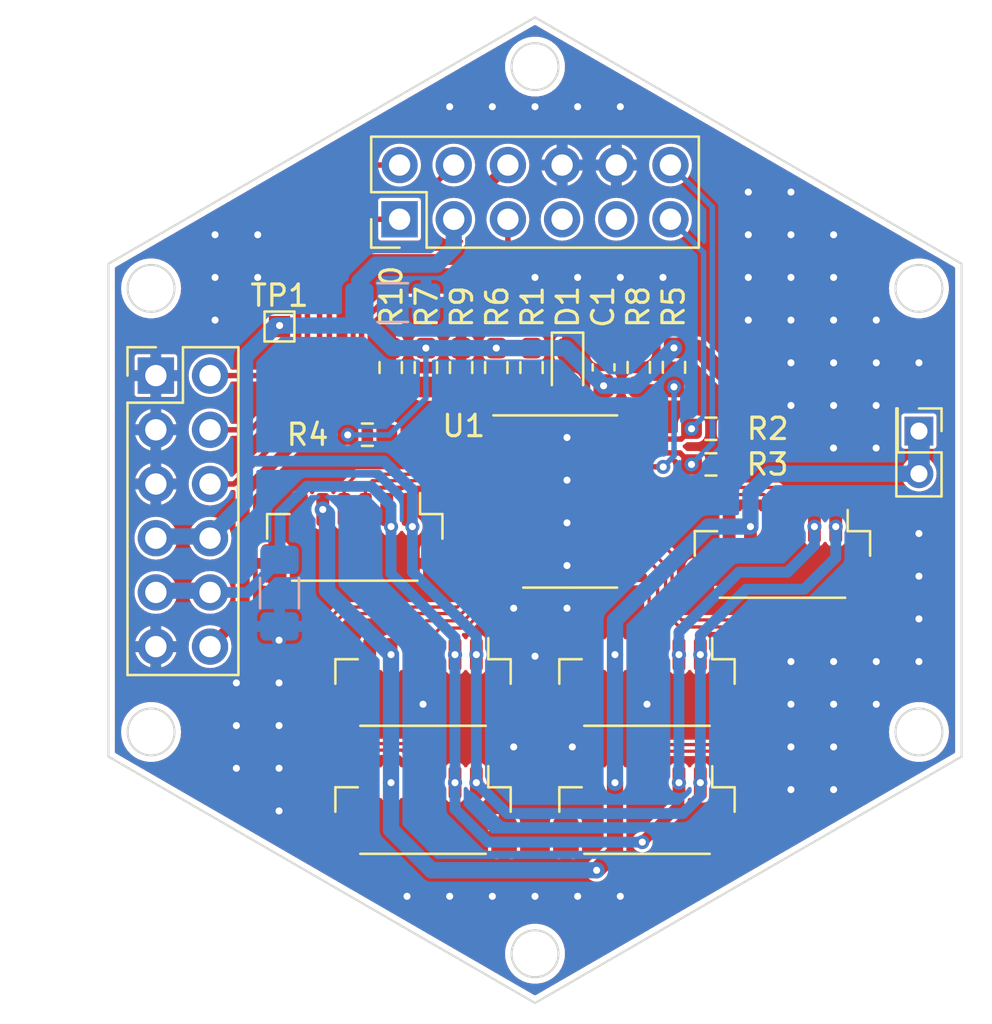
<source format=kicad_pcb>
(kicad_pcb (version 20221018) (generator pcbnew)
  (layers (0 "F.Cu" signal) (31 "B.Cu" signal) (34 "B.Paste" user) (35 "F.Paste" user) (36 "B.SilkS" user "B.Silkscreen") (37 "F.SilkS" user "F.Silkscreen") (38 "B.Mask" user) (39 "F.Mask" user) (44 "Edge.Cuts" user))
  (net 0 "")
  (net 1 "+3V3")
  (net 2 "GND")
  (net 3 "/~{EN}")
  (net 4 "/VBAT_OK")
  (net 5 "/VBAT")
  (net 6 "+1V8")
  (net 7 "+5V")
  (net 8 "/SC")
  (net 9 "Net-(D1-Pad2)")
  (net 10 "/SDA")
  (net 11 "/SCL")
  (net 12 "/~{RESET}")
  (net 13 "Net-(R5-Pad1)")
  (net 14 "Net-(R6-Pad1)")
  (net 15 "Net-(R10-Pad2)")
  (net 16 "/SDA0")
  (net 17 "/SCL0")
  (net 18 "/SDA1")
  (net 19 "/SCL1")
  (net 20 "/SDA2")
  (net 21 "/SCL2")
  (net 22 "/SDA3")
  (net 23 "/SCL3")
  (net 24 "/SDA4")
  (net 25 "/SCL4")
  (net 26 "/SDA5")
  (net 27 "/SCL5")
  (net 28 "/SDA6")
  (net 29 "/SCL6")
  (net 30 "/SDA7")
  (net 31 "/SCL7")
  (footprint "Connector_PinHeader_2.54mm:PinHeader_2x06_P2.54mm_Vertical" (layer "F.Cu") (at 147.15 39.963022 90)
    (fp_text reference "J3" hide)
    (fp_text value "Conn_02x06_Odd_Even")
  )
  (footprint "Connector_PinHeader_2.00mm:PinHeader_2x01_P2.00mm_Vertical" (layer "F.Cu") (at 171.5 49.888022 -90)
    (fp_text reference "J2" hide)
    (fp_text value "Solar cell")
  )
  (footprint "Resistor_SMD:R_0603_1608Metric_Pad0.98x0.95mm_HandSolder" (layer "F.Cu") (at 148.385 46.9125 90)
    (fp_text reference "R7")
    (fp_text value "NC")
  )
  (footprint "Connector_JST:JST_SH_BM06B-SRSS-TB_1x06-1MP_P1.00mm_Vertical" (layer "F.Cu") (at 158.75 67.688022 180)
    (fp_text reference "J9" hide)
    (fp_text value "BM06B-SURS-TF(LF)(SN)")
  )
  (footprint "Resistor_SMD:R_0603_1608Metric_Pad0.98x0.95mm_HandSolder" (layer "F.Cu") (at 145.64 50.058022 180)
    (fp_text reference "R4")
    (fp_text value "10k")
  )
  (footprint "Resistor_SMD:R_0603_1608Metric_Pad0.98x0.95mm_HandSolder" (layer "F.Cu") (at 150.035 46.9125 -90)
    (fp_text reference "R9")
    (fp_text value "10k")
  )
  (footprint "LED_SMD:LED_0603_1608Metric_Pad1.05x0.95mm_HandSolder" (layer "F.Cu") (at 155.025 46.935 -90)
    (fp_text reference "D1")
    (fp_text value "RED")
  )
  (footprint "Resistor_SMD:R_0603_1608Metric_Pad0.98x0.95mm_HandSolder" (layer "F.Cu") (at 161.75 51.45)
    (fp_text reference "R3")
    (fp_text value "4.7K")
  )
  (footprint "Connector_JST:JST_SH_BM06B-SRSS-TB_1x06-1MP_P1.00mm_Vertical" (layer "F.Cu") (at 148.25 61.688022 180)
    (fp_text reference "J7" hide)
    (fp_text value "BM06B-SURS-TF(LF)(SN)")
  )
  (footprint "Connector_JST:JST_SH_BM06B-SRSS-TB_1x06-1MP_P1.00mm_Vertical" (layer "F.Cu") (at 145.05 54.888022 180)
    (fp_text reference "J6" hide)
    (fp_text value "BM06B-SURS-TF(LF)(SN)")
  )
  (footprint "TestPoint:TestPoint_Pad_1.0x1.0mm" (layer "F.Cu") (at 141.52 44.988022)
    (fp_text reference "TP1")
    (fp_text value "TestPoint_Alt")
  )
  (footprint "Resistor_SMD:R_0603_1608Metric_Pad0.98x0.95mm_HandSolder" (layer "F.Cu") (at 153.335 46.9125 90)
    (fp_text reference "R1")
    (fp_text value "4.7K")
  )
  (footprint "Connector_PinHeader_2.54mm:PinHeader_2x06_P2.54mm_Vertical" (layer "F.Cu") (at 135.725 47.288022)
    (fp_text reference "J1" hide)
    (fp_text value "Conn_02x06_Odd_Even")
  )
  (footprint "Connector_JST:JST_SH_BM06B-SRSS-TB_1x06-1MP_P1.00mm_Vertical" (layer "F.Cu") (at 165.1 55.688022 180)
    (fp_text reference "J8" hide)
    (fp_text value "BM06B-SURS-TF(LF)(SN)")
  )
  (footprint "Connector_JST:JST_SH_BM06B-SRSS-TB_1x06-1MP_P1.00mm_Vertical" (layer "F.Cu") (at 148.25 67.688022 180)
    (fp_text reference "J4" hide)
    (fp_text value "BM06B-SURS-TF(LF)(SN)")
  )
  (footprint "Resistor_SMD:R_0603_1608Metric_Pad0.98x0.95mm_HandSolder" (layer "F.Cu") (at 146.735 46.9125 -90)
    (fp_text reference "R10")
    (fp_text value "10k")
  )
  (footprint "Resistor_SMD:R_0603_1608Metric_Pad0.98x0.95mm_HandSolder" (layer "F.Cu") (at 158.365 46.9025 -90)
    (fp_text reference "R8")
    (fp_text value "10k")
  )
  (footprint "Capacitor_SMD:C_0603_1608Metric_Pad1.08x0.95mm_HandSolder" (layer "F.Cu") (at 156.715 46.9025 90)
    (fp_text reference "C1")
    (fp_text value "0.1uF")
  )
  (footprint "Resistor_SMD:R_0603_1608Metric_Pad0.98x0.95mm_HandSolder" (layer "F.Cu") (at 161.75 49.78)
    (fp_text reference "R2")
    (fp_text value "4.7K")
  )
  (footprint "Resistor_SMD:R_0603_1608Metric_Pad0.98x0.95mm_HandSolder" (layer "F.Cu") (at 160.015 46.9025 90)
    (fp_text reference "R5")
    (fp_text value "NC")
  )
  (footprint "Package_SO:TSSOP-24_4.4x7.8mm_P0.65mm" (layer "F.Cu") (at 155.15 53.188022)
    (fp_text reference "U1")
    (fp_text value "TCA9548APWR")
  )
  (footprint "Resistor_SMD:R_0603_1608Metric_Pad0.98x0.95mm_HandSolder" (layer "F.Cu") (at 151.685 46.9125 90)
    (fp_text reference "R6")
    (fp_text value "NC")
  )
  (footprint "Connector_JST:JST_SH_BM06B-SRSS-TB_1x06-1MP_P1.00mm_Vertical" (layer "F.Cu") (at 158.75 61.688022 180)
    (fp_text reference "J5" hide)
    (fp_text value "BM06B-SURS-TF(LF)(SN)")
  )
  (footprint "Capacitor_SMD:C_1206_3216Metric_Pad1.33x1.80mm_HandSolder" (layer "B.Cu") (at 146.83 43.868022)
    (fp_text reference "C2" hide)
    (fp_text value "47uF")
  )
  (footprint "Capacitor_SMD:C_1206_3216Metric_Pad1.33x1.80mm_HandSolder" (layer "B.Cu") (at 141.52 57.478022 -90)
    (fp_text reference "C3" hide)
    (fp_text value "47uF")
  )
  (gr_circle (center 171.5 63.986316) (end 172.6 63.986316) (stroke (width 0.1)) (fill none) (layer "Edge.Cuts"))
  (gr_circle (center 135.5 63.986316) (end 136.6 63.986316) (stroke (width 0.1)) (fill none) (layer "Edge.Cuts"))
  (gr_line (start 173.5 65.141016) (end 173.5 42.047006) (stroke (width 0.1)) (layer "Edge.Cuts"))
  (gr_circle (center 153.5 74.378621) (end 154.6 74.378621) (stroke (width 0.1)) (fill none) (layer "Edge.Cuts"))
  (gr_line (start 133.5 65.141016) (end 153.5 76.688022) (stroke (width 0.1)) (layer "Edge.Cuts"))
  (gr_circle (center 135.5 43.201706) (end 136.6 43.201706) (stroke (width 0.1)) (fill none) (layer "Edge.Cuts"))
  (gr_line (start 153.5 30.5) (end 133.5 42.047006) (stroke (width 0.1)) (layer "Edge.Cuts"))
  (gr_circle (center 171.5 43.201706) (end 172.6 43.201706) (stroke (width 0.1)) (fill none) (layer "Edge.Cuts"))
  (gr_circle (center 153.5 32.809401) (end 154.6 32.809401) (stroke (width 0.1)) (fill none) (layer "Edge.Cuts"))
  (gr_line (start 153.5 76.688022) (end 173.5 65.141016) (stroke (width 0.1)) (layer "Edge.Cuts"))
  (gr_line (start 173.5 42.047006) (end 153.5 30.5) (stroke (width 0.1)) (layer "Edge.Cuts"))
  (gr_line (start 133.5 42.047006) (end 133.5 65.141016) (stroke (width 0.1)) (layer "Edge.Cuts"))
  (segment (start 157.075 49.613022) (end 156.815 49.353022) (width 0.254) (layer "F.Cu") (net 1))
  (segment (start 161.101978 45.99) (end 162.6625 47.550522) (width 0.762) (layer "F.Cu") (net 1))
  (segment (start 162.6625 47.550522) (end 162.6625 49.78) (width 0.762) (layer "F.Cu") (net 1))
  (segment (start 156.715 49.253022) (end 156.815 49.353022) (width 0.508) (layer "F.Cu") (net 1))
  (segment (start 156.715 47.765) (end 156.715 49.253022) (width 0.508) (layer "F.Cu") (net 1))
  (segment (start 162.6625 49.78) (end 162.6625 51.45) (width 0.762) (layer "F.Cu") (net 1))
  (segment (start 158.0125 49.613022) (end 157.075 49.613022) (width 0.254) (layer "F.Cu") (net 1))
  (segment (start 160.015 45.99) (end 161.101978 45.99) (width 0.762) (layer "F.Cu") (net 1))
  (segment (start 153.335 46) (end 151.685 46) (width 0.762) (layer "F.Cu") (net 1))
  (via (at 161.25 66.363022) (size 0.6604) (drill 0.3302) (layers "F.Cu" "B.Cu") (net 1))
  (via (at 156.715 47.765) (size 0.6604) (drill 0.3302) (layers "F.Cu" "B.Cu") (net 1))
  (via (at 150.75 66.363022) (size 0.6604) (drill 0.3302) (layers "F.Cu" "B.Cu") (net 1))
  (via (at 161.25 60.363022) (size 0.6604) (drill 0.3302) (layers "F.Cu" "B.Cu") (net 1))
  (via (at 151.685 46) (size 0.6604) (drill 0.3302) (layers "F.Cu" "B.Cu") (net 1))
  (via (at 148.385 46) (size 0.6604) (drill 0.3302) (layers "F.Cu" "B.Cu") (net 1))
  (via (at 141.525532 44.94249) (size 0.6604) (drill 0.3302) (layers "F.Cu" "B.Cu") (net 1))
  (via (at 167.6 54.363022) (size 0.6604) (drill 0.3302) (layers "F.Cu" "B.Cu") (net 1))
  (via (at 147.75 54.363022) (size 0.6604) (drill 0.3302) (layers "F.Cu" "B.Cu") (net 1))
  (via (at 144.72 50.068022) (size 0.6604) (drill 0.3302) (layers "F.Cu" "B.Cu") (net 1))
  (via (at 160.015 45.99) (size 0.6604) (drill 0.3302) (layers "F.Cu" "B.Cu") (net 1))
  (via (at 150.75 60.363022) (size 0.6604) (drill 0.3302) (layers "F.Cu" "B.Cu") (net 1))
  (segment (start 146.67 50.068022) (end 148.385 48.353022) (width 0.254) (layer "B.Cu") (net 1))
  (segment (start 160.43 67.808022) (end 161.25 66.988022) (width 0.508) (layer "B.Cu") (net 1))
  (segment (start 146.8125 46) (end 148.385 46) (width 0.762) (layer "B.Cu") (net 1))
  (segment (start 150.75 59.488022) (end 150.75 60.363022) (width 0.508) (layer "B.Cu") (net 1))
  (segment (start 161.25 60.363022) (end 161.25 59.448022) (width 0.508) (layer "B.Cu") (net 1))
  (segment (start 148.385 46) (end 151.685 46) (width 0.762) (layer "B.Cu") (net 1))
  (segment (start 154.95 46) (end 156.715 47.765) (width 0.762) (layer "B.Cu") (net 1))
  (segment (start 167.6 55.818022) (end 167.6 54.363022) (width 0.508) (layer "B.Cu") (net 1))
  (segment (start 147.75 52.628022) (end 146.42 51.298022) (width 0.508) (layer "B.Cu") (net 1))
  (segment (start 161.25 59.448022) (end 163.4 57.298022) (width 0.508) (layer "B.Cu") (net 1))
  (segment (start 141.525532 44.94249) (end 143.205003 44.94249) (width 0.762) (layer "B.Cu") (net 1))
  (segment (start 161.25 60.363022) (end 161.25 66.363022) (width 0.508) (layer "B.Cu") (net 1))
  (segment (start 146.05 42.088022) (end 148.89 42.088022) (width 0.762) (layer "B.Cu") (net 1))
  (segment (start 145.2675 43.868022) (end 145.2675 42.870522) (width 0.762) (layer "B.Cu") (net 1))
  (segment (start 150.75 66.363022) (end 152.195 67.808022) (width 0.508) (layer "B.Cu") (net 1))
  (segment (start 149.69 41.288022) (end 149.69 39.963022) (width 0.762) (layer "B.Cu") (net 1))
  (segment (start 143.205003 44.94249) (end 145.75499 44.94249) (width 0.762) (layer "B.Cu") (net 1))
  (segment (start 148.385 48.353022) (end 148.385 46) (width 0.254) (layer "B.Cu") (net 1))
  (segment (start 139.9 46.4) (end 141.35751 44.94249) (width 0.762) (layer "B.Cu") (net 1))
  (segment (start 139.9 51.298022) (end 139.9 46.4) (width 0.762) (layer "B.Cu") (net 1))
  (segment (start 138.265 54.827695) (end 139.9 53.192695) (width 0.762) (layer "B.Cu") (net 1))
  (segment (start 163.4 57.298022) (end 166.12 57.298022) (width 0.508) (layer "B.Cu") (net 1))
  (segment (start 147.75 56.488022) (end 150.75 59.488022) (width 0.508) (layer "B.Cu") (net 1))
  (segment (start 141.35751 44.94249) (end 141.525532 44.94249) (width 0.762) (layer "B.Cu") (net 1))
  (segment (start 158.24 47.765) (end 160.015 45.99) (width 0.762) (layer "B.Cu") (net 1))
  (segment (start 146.42 51.298022) (end 139.9 51.298022) (width 0.508) (layer "B.Cu") (net 1))
  (segment (start 145.75499 44.94249) (end 146.8125 46) (width 0.762) (layer "B.Cu") (net 1))
  (segment (start 151.685 46) (end 154.95 46) (width 0.762) (layer "B.Cu") (net 1))
  (segment (start 148.89 42.088022) (end 149.69 41.288022) (width 0.762) (layer "B.Cu") (net 1))
  (segment (start 147.75 54.363022) (end 147.75 56.488022) (width 0.508) (layer "B.Cu") (net 1))
  (segment (start 161.25 66.988022) (end 161.25 66.363022) (width 0.508) (layer "B.Cu") (net 1))
  (segment (start 156.715 47.765) (end 158.24 47.765) (width 0.762) (layer "B.Cu") (net 1))
  (segment (start 166.12 57.298022) (end 167.6 55.818022) (width 0.508) (layer "B.Cu") (net 1))
  (segment (start 150.75 66.363022) (end 150.75 60.363022) (width 0.508) (layer "B.Cu") (net 1))
  (segment (start 147.75 54.363022) (end 147.75 52.628022) (width 0.508) (layer "B.Cu") (net 1))
  (segment (start 135.725 54.827695) (end 138.265 54.827695) (width 0.762) (layer "B.Cu") (net 1))
  (segment (start 144.72 50.068022) (end 146.67 50.068022) (width 0.254) (layer "B.Cu") (net 1))
  (segment (start 139.9 53.192695) (end 139.9 51.298022) (width 0.762) (layer "B.Cu") (net 1))
  (segment (start 145.2675 42.870522) (end 146.05 42.088022) (width 0.762) (layer "B.Cu") (net 1))
  (segment (start 152.195 67.808022) (end 160.43 67.808022) (width 0.508) (layer "B.Cu") (net 1))
  (via (at 140.5 42.688022) (size 0.6604) (drill 0.3302) (layers "F.Cu" "B.Cu") (net 2))
  (via (at 141.5 59.688022) (size 0.6604) (drill 0.3302) (layers "F.Cu" "B.Cu") (net 2))
  (via (at 167.5 48.688022) (size 0.6604) (drill 0.3302) (layers "F.Cu" "B.Cu") (net 2))
  (via (at 167.5 40.688022) (size 0.6604) (drill 0.3302) (layers "F.Cu" "B.Cu") (net 2))
  (via (at 138.5 42.688022) (size 0.6604) (drill 0.3302) (layers "F.Cu" "B.Cu") (net 2))
  (via (at 169.493758 48.688021) (size 0.6604) (drill 0.3302) (layers "F.Cu" "B.Cu") (net 2))
  (via (at 151.5 71.688022) (size 0.6604) (drill 0.3302) (layers "F.Cu" "B.Cu") (net 2))
  (via (at 171.5 46.688022) (size 0.6604) (drill 0.3302) (layers "F.Cu" "B.Cu") (net 2))
  (via (at 153.5 34.688022) (size 0.6604) (drill 0.3302) (layers "F.Cu" "B.Cu") (net 2))
  (via (at 165.5 40.688022) (size 0.6604) (drill 0.3302) (layers "F.Cu" "B.Cu") (net 2))
  (via (at 165.5 64.688022) (size 0.6604) (drill 0.3302) (layers "F.Cu" "B.Cu") (net 2))
  (via (at 169.5 46.688022) (size 0.6604) (drill 0.3302) (layers "F.Cu" "B.Cu") (net 2))
  (via (at 165.5 48.688022) (size 0.6604) (drill 0.3302) (layers "F.Cu" "B.Cu") (net 2))
  (via (at 155 54.188022) (size 0.6604) (drill 0.3302) (layers "F.Cu" "B.Cu") (net 2))
  (via (at 155 58.188022) (size 0.6604) (drill 0.3302) (layers "F.Cu" "B.Cu") (net 2))
  (via (at 139.5 61.688022) (size 0.6604) (drill 0.3302) (layers "F.Cu" "B.Cu") (net 2))
  (via (at 171.5 58.688022) (size 0.6604) (drill 0.3302) (layers "F.Cu" "B.Cu") (net 2))
  (via (at 155.5 71.688022) (size 0.6604) (drill 0.3302) (layers "F.Cu" "B.Cu") (net 2))
  (via (at 165.5 42.688022) (size 0.6604) (drill 0.3302) (layers "F.Cu" "B.Cu") (net 2))
  (via (at 152.5 58.188022) (size 0.6604) (drill 0.3302) (layers "F.Cu" "B.Cu") (net 2))
  (via (at 141.5 63.688022) (size 0.6604) (drill 0.3302) (layers "F.Cu" "B.Cu") (net 2))
  (via (at 155.25 64.688022) (size 0.6604) (drill 0.3302) (layers "F.Cu" "B.Cu") (net 2))
  (via (at 171.5 54.688022) (size 0.6604) (drill 0.3302) (layers "F.Cu" "B.Cu") (net 2))
  (via (at 171.5 56.688022) (size 0.6604) (drill 0.3302) (layers "F.Cu" "B.Cu") (net 2))
  (via (at 167.5 62.688022) (size 0.6604) (drill 0.3302) (layers "F.Cu" "B.Cu") (net 2))
  (via (at 141.5 61.688022) (size 0.6604) (drill 0.3302) (layers "F.Cu" "B.Cu") (net 2))
  (via (at 167.5 42.688022) (size 0.6604) (drill 0.3302) (layers "F.Cu" "B.Cu") (net 2))
  (via (at 155 52.188022) (size 0.6604) (drill 0.3302) (layers "F.Cu" "B.Cu") (net 2))
  (via (at 139.5 63.688022) (size 0.6604) (drill 0.3302) (layers "F.Cu" "B.Cu") (net 2))
  (via (at 165.5 38.688022) (size 0.6604) (drill 0.3302) (layers "F.Cu" "B.Cu") (net 2))
  (via (at 157.5 42.688022) (size 0.6604) (drill 0.3302) (layers "F.Cu" "B.Cu") (net 2))
  (via (at 158.75 62.688022) (size 0.6604) (drill 0.3302) (layers "F.Cu" "B.Cu") (net 2))
  (via (at 151.5 34.688022) (size 0.6604) (drill 0.3302) (layers "F.Cu" "B.Cu") (net 2))
  (via (at 167.493028 50.68178) (size 0.6604) (drill 0.3302) (layers "F.Cu" "B.Cu") (net 2))
  (via (at 167.5 60.688022) (size 0.6604) (drill 0.3302) (layers "F.Cu" "B.Cu") (net 2))
  (via (at 148.25 62.688022) (size 0.6604) (drill 0.3302) (layers "F.Cu" "B.Cu") (net 2))
  (via (at 153.5 42.688022) (size 0.6604) (drill 0.3302) (layers "F.Cu" "B.Cu") (net 2))
  (via (at 169.5 44.688022) (size 0.6604) (drill 0.3302) (layers "F.Cu" "B.Cu") (net 2))
  (via (at 169.5 60.688022) (size 0.6604) (drill 0.3302) (layers "F.Cu" "B.Cu") (net 2))
  (via (at 167.5 64.688022) (size 0.6604) (drill 0.3302) (layers "F.Cu" "B.Cu") (net 2))
  (via (at 163.5 38.688022) (size 0.6604) (drill 0.3302) (layers "F.Cu" "B.Cu") (net 2))
  (via (at 163.5 40.688022) (size 0.6604) (drill 0.3302) (layers "F.Cu" "B.Cu") (net 2))
  (via (at 167.5 66.688022) (size 0.6604) (drill 0.3302) (layers "F.Cu" "B.Cu") (net 2))
  (via (at 171.5 60.688022) (size 0.6604) (drill 0.3302) (layers "F.Cu" "B.Cu") (net 2))
  (via (at 155.5 42.688022) (size 0.6604) (drill 0.3302) (layers "F.Cu" "B.Cu") (net 2))
  (via (at 149.5 34.688022) (size 0.6604) (drill 0.3302) (layers "F.Cu" "B.Cu") (net 2))
  (via (at 155 56.188022) (size 0.6604) (drill 0.3302) (layers "F.Cu" "B.Cu") (net 2))
  (via (at 138.5 44.688022) (size 0.6604) (drill 0.3302) (layers "F.Cu" "B.Cu") (net 2))
  (via (at 141.5 67.688022) (size 0.6604) (drill 0.3302) (layers "F.Cu" "B.Cu") (net 2))
  (via (at 165.5 60.688022) (size 0.6604) (drill 0.3302) (layers "F.Cu" "B.Cu") (net 2))
  (via (at 140.5 40.688022) (size 0.6604) (drill 0.3302) (layers "F.Cu" "B.Cu") (net 2))
  (via (at 138.5 40.688022) (size 0.6604) (drill 0.3302) (layers "F.Cu" "B.Cu") (net 2))
  (via (at 163.5 42.688022) (size 0.6604) (drill 0.3302) (layers "F.Cu" "B.Cu") (net 2))
  (via (at 165.5 62.688022) (size 0.6604) (drill 0.3302) (layers "F.Cu" "B.Cu") (net 2))
  (via (at 165.5 46.688022) (size 0.6604) (drill 0.3302) (layers "F.Cu" "B.Cu") (net 2))
  (via (at 153.5 60.438022) (size 0.6604) (drill 0.3302) (layers "F.Cu" "B.Cu") (net 2))
  (via (at 155.5 34.688022) (size 0.6604) (drill 0.3302) (layers "F.Cu" "B.Cu") (net 2))
  (via (at 157.5 71.688022) (size 0.6604) (drill 0.3302) (layers "F.Cu" "B.Cu") (net 2))
  (via (at 163.5 44.688022) (size 0.6604) (drill 0.3302) (layers "F.Cu" "B.Cu") (net 2))
  (via (at 167.5 46.688022) (size 0.6604) (drill 0.3302) (layers "F.Cu" "B.Cu") (net 2))
  (via (at 147.5 71.688022) (size 0.6604) (drill 0.3302) (layers "F.Cu" "B.Cu") (net 2))
  (via (at 141.5 65.688022) (size 0.6604) (drill 0.3302) (layers "F.Cu" "B.Cu") (net 2))
  (via (at 152.5 64.688022) (size 0.6604) (drill 0.3302) (layers "F.Cu" "B.Cu") (net 2))
  (via (at 155 50.188022) (size 0.6604) (drill 0.3302) (layers "F.Cu" "B.Cu") (net 2))
  (via (at 159.5 42.688022) (size 0.6604) (drill 0.3302) (layers "F.Cu" "B.Cu") (net 2))
  (via (at 153.5 71.688022) (size 0.6604) (drill 0.3302) (layers "F.Cu" "B.Cu") (net 2))
  (via (at 165.5 44.688022) (size 0.6604) (drill 0.3302) (layers "F.Cu" "B.Cu") (net 2))
  (via (at 139.5 65.688022) (size 0.6604) (drill 0.3302) (layers "F.Cu" "B.Cu") (net 2))
  (via (at 165.5 66.688022) (size 0.6604) (drill 0.3302) (layers "F.Cu" "B.Cu") (net 2))
  (via (at 157.5 34.688022) (size 0.6604) (drill 0.3302) (layers "F.Cu" "B.Cu") (net 2))
  (via (at 167.5 44.688022) (size 0.6604) (drill 0.3302) (layers "F.Cu" "B.Cu") (net 2))
  (via (at 149.5 71.688022) (size 0.6604) (drill 0.3302) (layers "F.Cu" "B.Cu") (net 2))
  (via (at 169.5 62.688022) (size 0.6604) (drill 0.3302) (layers "F.Cu" "B.Cu") (net 2))
  (via (at 169.493758 50.68178) (size 0.6604) (drill 0.3302) (layers "F.Cu" "B.Cu") (net 2))
  (segment (start 142.83 40.638022) (end 142.83 45.828022) (width 0.254) (layer "F.Cu") (net 3))
  (segment (start 147.15 37.423022) (end 146.045 37.423022) (width 0.254) (layer "F.Cu") (net 3))
  (segment (start 141.37 47.288022) (end 142.83 45.828022) (width 0.254) (layer "F.Cu") (net 3))
  (segment (start 146.045 37.423022) (end 142.83 40.638022) (width 0.254) (layer "F.Cu") (net 3))
  (segment (start 138.265 47.288022) (end 141.37 47.288022) (width 0.254) (layer "F.Cu") (net 3))
  (segment (start 140.17 49.828022) (end 138.265 49.828022) (width 0.254) (layer "F.Cu") (net 4))
  (segment (start 143.4 40.708022) (end 143.4 46.598022) (width 0.254) (layer "F.Cu") (net 4))
  (segment (start 148.425 38.688022) (end 145.42 38.688022) (width 0.254) (layer "F.Cu") (net 4))
  (segment (start 145.42 38.688022) (end 143.4 40.708022) (width 0.254) (layer "F.Cu") (net 4))
  (segment (start 143.4 46.598022) (end 140.17 49.828022) (width 0.254) (layer "F.Cu") (net 4))
  (segment (start 149.69 37.423022) (end 148.425 38.688022) (width 0.254) (layer "F.Cu") (net 4))
  (segment (start 147.15 39.963022) (end 144.855 39.963022) (width 0.254) (layer "F.Cu") (net 5))
  (segment (start 144.855 39.963022) (end 143.86 40.958022) (width 0.254) (layer "F.Cu") (net 5))
  (segment (start 139.38 52.368022) (end 138.265 52.368022) (width 0.254) (layer "F.Cu") (net 5))
  (segment (start 143.86 40.958022) (end 143.86 47.888022) (width 0.254) (layer "F.Cu") (net 5))
  (segment (start 143.86 47.888022) (end 139.38 52.368022) (width 0.254) (layer "F.Cu") (net 5))
  (segment (start 160.25 67.428022) (end 160.25 66.363022) (width 0.508) (layer "F.Cu") (net 6))
  (segment (start 158.53 69.148022) (end 160.25 67.428022) (width 0.508) (layer "F.Cu") (net 6))
  (via (at 149.75 60.363022) (size 0.6604) (drill 0.3302) (layers "F.Cu" "B.Cu") (net 6))
  (via (at 166.6 54.363022) (size 0.6604) (drill 0.3302) (layers "F.Cu" "B.Cu") (net 6))
  (via (at 158.53 69.148022) (size 0.6604) (drill 0.3302) (layers "F.Cu" "B.Cu") (net 6))
  (via (at 160.25 66.363022) (size 0.6604) (drill 0.3302) (layers "F.Cu" "B.Cu") (net 6))
  (via (at 149.75 66.363022) (size 0.6604) (drill 0.3302) (layers "F.Cu" "B.Cu") (net 6))
  (via (at 146.75 54.363022) (size 0.6604) (drill 0.3302) (layers "F.Cu" "B.Cu") (net 6))
  (via (at 160.25 60.363022) (size 0.6604) (drill 0.3302) (layers "F.Cu" "B.Cu") (net 6))
  (segment (start 142.8 52.478022) (end 141.55 53.728022) (width 0.508) (layer "B.Cu") (net 6))
  (segment (start 160.25 59.308022) (end 163.06 56.498022) (width 0.508) (layer "B.Cu") (net 6))
  (segment (start 146.75 53.398022) (end 145.83 52.478022) (width 0.508) (layer "B.Cu") (net 6))
  (segment (start 149.75 59.568022) (end 146.75 56.568022) (width 0.508) (layer "B.Cu") (net 6))
  (segment (start 146.75 56.568022) (end 146.75 54.363022) (width 0.508) (layer "B.Cu") (net 6))
  (segment (start 160.25 60.363022) (end 160.25 59.308022) (width 0.508) (layer "B.Cu") (net 6))
  (segment (start 151.3 69.148022) (end 158.53 69.148022) (width 0.508) (layer "B.Cu") (net 6))
  (segment (start 149.75 67.598022) (end 150.42 68.268022) (width 0.508) (layer "B.Cu") (net 6))
  (segment (start 149.75 60.363022) (end 149.75 66.363022) (width 0.508) (layer "B.Cu") (net 6))
  (segment (start 149.75 66.363022) (end 149.75 67.598022) (width 0.508) (layer "B.Cu") (net 6))
  (segment (start 141.55 55.918022) (end 140.02 57.448022) (width 0.508) (layer "B.Cu") (net 6))
  (segment (start 149.75 60.363022) (end 149.75 59.568022) (width 0.508) (layer "B.Cu") (net 6))
  (segment (start 141.55 53.728022) (end 141.55 55.918022) (width 0.508) (layer "B.Cu") (net 6))
  (segment (start 145.83 52.478022) (end 142.8 52.478022) (width 0.508) (layer "B.Cu") (net 6))
  (segment (start 166.6 55.238022) (end 166.6 54.363022) (width 0.508) (layer "B.Cu") (net 6))
  (segment (start 160.25 66.363022) (end 160.25 60.363022) (width 0.508) (layer "B.Cu") (net 6))
  (segment (start 150.42 68.268022) (end 151.3 69.148022) (width 0.508) (layer "B.Cu") (net 6))
  (segment (start 140.02 57.448022) (end 138.265 57.448022) (width 0.508) (layer "B.Cu") (net 6))
  (segment (start 135.725 57.367695) (end 138.265 57.367695) (width 0.762) (layer "B.Cu") (net 6))
  (segment (start 165.34 56.498022) (end 166.6 55.238022) (width 0.508) (layer "B.Cu") (net 6))
  (segment (start 163.06 56.498022) (end 165.34 56.498022) (width 0.508) (layer "B.Cu") (net 6))
  (segment (start 146.75 54.363022) (end 146.75 53.398022) (width 0.508) (layer "B.Cu") (net 6))
  (segment (start 139.87 58.383022) (end 139.87 52.778022) (width 0.508) (layer "F.Cu") (net 7))
  (segment (start 144.45 43.228022) (end 145.83 41.848022) (width 0.508) (layer "F.Cu") (net 7))
  (segment (start 138.265 59.988022) (end 139.87 58.383022) (width 0.508) (layer "F.Cu") (net 7))
  (segment (start 145.83 41.848022) (end 149.89 41.848022) (width 0.508) (layer "F.Cu") (net 7))
  (segment (start 150.96 38.693022) (end 152.23 37.423022) (width 0.508) (layer "F.Cu") (net 7))
  (segment (start 144.45 48.198022) (end 144.45 43.228022) (width 0.508) (layer "F.Cu") (net 7))
  (segment (start 150.96 40.778022) (end 150.96 38.693022) (width 0.508) (layer "F.Cu") (net 7))
  (segment (start 139.87 52.778022) (end 144.45 48.198022) (width 0.508) (layer "F.Cu") (net 7))
  (segment (start 149.89 41.848022) (end 150.96 40.778022) (width 0.508) (layer "F.Cu") (net 7))
  (segment (start 157.25 69.608022) (end 157.25 66.363022) (width 0.762) (layer "F.Cu") (net 8))
  (segment (start 157.25 69.608022) (end 156.39 70.468022) (width 0.762) (layer "F.Cu") (net 8))
  (via (at 143.55 53.563022) (size 0.6604) (drill 0.3302) (layers "F.Cu" "B.Cu") (net 8))
  (via (at 157.25 60.363022) (size 0.6604) (drill 0.3302) (layers "F.Cu" "B.Cu") (net 8))
  (via (at 146.75 60.363022) (size 0.6604) (drill 0.3302) (layers "F.Cu" "B.Cu") (net 8))
  (via (at 156.39 70.468022) (size 0.6604) (drill 0.3302) (layers "F.Cu" "B.Cu") (net 8))
  (via (at 163.6 54.363022) (size 0.6604) (drill 0.3302) (layers "F.Cu" "B.Cu") (net 8))
  (via (at 157.25 66.363022) (size 0.6604) (drill 0.3302) (layers "F.Cu" "B.Cu") (net 8))
  (via (at 146.75 66.363022) (size 0.6604) (drill 0.3302) (layers "F.Cu" "B.Cu") (net 8))
  (segment (start 146.75 68.568022) (end 148.65 70.468022) (width 0.762) (layer "B.Cu") (net 8))
  (segment (start 157.25 58.748022) (end 157.25 60.363022) (width 0.762) (layer "B.Cu") (net 8))
  (segment (start 157.25 66.363022) (end 157.25 60.363022) (width 0.762) (layer "B.Cu") (net 8))
  (segment (start 143.75 53.763022) (end 143.55 53.563022) (width 0.762) (layer "B.Cu") (net 8))
  (segment (start 171.5 51.888022) (end 164.51 51.888022) (width 0.762) (layer "B.Cu") (net 8))
  (segment (start 146.75 66.363022) (end 146.75 68.568022) (width 0.762) (layer "B.Cu") (net 8))
  (segment (start 163.6 54.363022) (end 161.635 54.363022) (width 0.762) (layer "B.Cu") (net 8))
  (segment (start 146.75 60.363022) (end 146.75 66.363022) (width 0.762) (layer "B.Cu") (net 8))
  (segment (start 164.51 51.888022) (end 163.6 52.798022) (width 0.762) (layer "B.Cu") (net 8))
  (segment (start 161.635 54.363022) (end 157.25 58.748022) (width 0.762) (layer "B.Cu") (net 8))
  (segment (start 143.75 57.363022) (end 146.75 60.363022) (width 0.762) (layer "B.Cu") (net 8))
  (segment (start 143.75 57.363022) (end 143.75 53.763022) (width 0.762) (layer "B.Cu") (net 8))
  (segment (start 148.65 70.468022) (end 156.39 70.468022) (width 0.762) (layer "B.Cu") (net 8))
  (segment (start 171.500013 49.888013) (end 171.500013 51.888034) (width 1.016) (layer "B.Cu") (net 8))
  (segment (start 163.6 52.798022) (end 163.6 54.363022) (width 0.762) (layer "B.Cu") (net 8))
  (segment (start 153.35 47.81) (end 153.335 47.825) (width 0.254) (layer "F.Cu") (net 9))
  (segment (start 155.025 47.81) (end 153.35 47.81) (width 0.254) (layer "F.Cu") (net 9))
  (segment (start 160.354478 50.263022) (end 160.8375 49.78) (width 0.254) (layer "F.Cu") (net 10))
  (segment (start 158.0125 50.263022) (end 160.354478 50.263022) (width 0.254) (layer "F.Cu") (net 10))
  (via (at 160.8375 49.78) (size 0.6604) (drill 0.3302) (layers "F.Cu" "B.Cu") (net 10))
  (segment (start 161.40408 41.517102) (end 159.85 39.963022) (width 0.254) (layer "B.Cu") (net 10))
  (segment (start 160.8375 49.78) (end 161.40408 49.21342) (width 0.254) (layer "B.Cu") (net 10))
  (segment (start 161.40408 49.21342) (end 161.40408 41.517102) (width 0.254) (layer "B.Cu") (net 10))
  (segment (start 158.0125 50.913022) (end 160.300522 50.913022) (width 0.254) (layer "F.Cu") (net 11))
  (segment (start 160.300522 50.913022) (end 160.8375 51.45) (width 0.254) (layer "F.Cu") (net 11))
  (via (at 160.8375 51.45) (size 0.6604) (drill 0.3302) (layers "F.Cu" "B.Cu") (net 11))
  (segment (start 161.81 39.383022) (end 159.85 37.423022) (width 0.254) (layer "B.Cu") (net 11))
  (segment (start 160.8375 51.45) (end 161.81 50.4775) (width 0.254) (layer "B.Cu") (net 11))
  (segment (start 161.81 50.4775) (end 161.81 39.383022) (width 0.254) (layer "B.Cu") (net 11))
  (segment (start 152.23 42.108022) (end 152.23 39.963022) (width 0.254) (layer "F.Cu") (net 12))
  (segment (start 145.37 44.818022) (end 146.46 43.728022) (width 0.254) (layer "F.Cu") (net 12))
  (segment (start 145.37 48.875522) (end 145.37 44.818022) (width 0.254) (layer "F.Cu") (net 12))
  (segment (start 146.5525 50.058022) (end 145.37 48.875522) (width 0.254) (layer "F.Cu") (net 12))
  (segment (start 146.46 43.728022) (end 150.61 43.728022) (width 0.254) (layer "F.Cu") (net 12))
  (segment (start 150.61 43.728022) (end 152.23 42.108022) (width 0.254) (layer "F.Cu") (net 12))
  (segment (start 147.4075 50.913022) (end 146.5525 50.058022) (width 0.254) (layer "F.Cu") (net 12))
  (segment (start 152.2875 50.913022) (end 147.4075 50.913022) (width 0.254) (layer "F.Cu") (net 12))
  (segment (start 159.505 51.563022) (end 159.51 51.568022) (width 0.254) (layer "F.Cu") (net 13))
  (segment (start 160.015 47.815) (end 158.365 47.815) (width 0.254) (layer "F.Cu") (net 13))
  (segment (start 158.0125 51.563022) (end 159.505 51.563022) (width 0.254) (layer "F.Cu") (net 13))
  (via (at 159.51 51.568022) (size 0.6604) (drill 0.3302) (layers "F.Cu" "B.Cu") (net 13))
  (via (at 160.015 47.815) (size 0.6604) (drill 0.3302) (layers "F.Cu" "B.Cu") (net 13))
  (segment (start 160.02 47.82) (end 160.015 47.815) (width 0.254) (layer "B.Cu") (net 13))
  (segment (start 160.02 51.058022) (end 160.02 47.82) (width 0.254) (layer "B.Cu") (net 13))
  (segment (start 159.51 51.568022) (end 160.02 51.058022) (width 0.254) (layer "B.Cu") (net 13))
  (segment (start 152.04 49.038022) (end 153.13 49.038022) (width 0.254) (layer "F.Cu") (net 14))
  (segment (start 153.45 50.038022) (end 153.225 50.263022) (width 0.254) (layer "F.Cu") (net 14))
  (segment (start 153.225 50.263022) (end 152.2875 50.263022) (width 0.254) (layer "F.Cu") (net 14))
  (segment (start 151.685 47.825) (end 150.035 47.825) (width 0.254) (layer "F.Cu") (net 14))
  (segment (start 153.13 49.038022) (end 153.45 49.358022) (width 0.254) (layer "F.Cu") (net 14))
  (segment (start 153.45 49.358022) (end 153.45 50.038022) (width 0.254) (layer "F.Cu") (net 14))
  (segment (start 151.685 48.683022) (end 152.04 49.038022) (width 0.254) (layer "F.Cu") (net 14))
  (segment (start 151.685 47.825) (end 151.685 48.683022) (width 0.254) (layer "F.Cu") (net 14))
  (segment (start 150.173022 49.613022) (end 152.2875 49.613022) (width 0.254) (layer "F.Cu") (net 15))
  (segment (start 148.385 47.825) (end 150.173022 49.613022) (width 0.254) (layer "F.Cu") (net 15))
  (segment (start 146.735 47.825) (end 148.385 47.825) (width 0.254) (layer "F.Cu") (net 15))
  (segment (start 144.55 52.518022) (end 144.55 53.563022) (width 0.1524) (layer "F.Cu") (net 16))
  (segment (start 145.15932 51.908702) (end 144.55 52.518022) (width 0.1524) (layer "F.Cu") (net 16))
  (segment (start 152.2875 51.563022) (end 150.965 51.563022) (width 0.1524) (layer "F.Cu") (net 16))
  (segment (start 150.965 51.563022) (end 150.61932 51.908702) (width 0.1524) (layer "F.Cu") (net 16))
  (segment (start 150.61932 51.908702) (end 145.15932 51.908702) (width 0.1524) (layer "F.Cu") (net 16))
  (segment (start 145.55 52.538022) (end 145.55 53.563022) (width 0.1524) (layer "F.Cu") (net 17))
  (segment (start 145.875 52.213022) (end 145.55 52.538022) (width 0.1524) (layer "F.Cu") (net 17))
  (segment (start 152.2875 52.213022) (end 145.875 52.213022) (width 0.1524) (layer "F.Cu") (net 17))
  (segment (start 147.26 64.838022) (end 147.75 65.328022) (width 0.1524) (layer "F.Cu") (net 20))
  (segment (start 142.77 63.918396) (end 143.689626 64.838022) (width 0.1524) (layer "F.Cu") (net 20))
  (segment (start 149.86432 58.133702) (end 144.40432 58.133702) (width 0.1524) (layer "F.Cu") (net 20))
  (segment (start 143.689626 64.838022) (end 147.26 64.838022) (width 0.1524) (layer "F.Cu") (net 20))
  (segment (start 151.735969 54.163022) (end 150.15 55.748991) (width 0.1524) (layer "F.Cu") (net 20))
  (segment (start 150.15 57.848022) (end 149.86432 58.133702) (width 0.1524) (layer "F.Cu") (net 20))
  (segment (start 147.75 65.328022) (end 147.75 66.363022) (width 0.1524) (layer "F.Cu") (net 20))
  (segment (start 152.2875 54.163022) (end 151.735969 54.163022) (width 0.1524) (layer "F.Cu") (net 20))
  (segment (start 144.40432 58.133702) (end 142.77 59.768022) (width 0.1524) (layer "F.Cu") (net 20))
  (segment (start 142.77 59.768022) (end 142.77 63.918396) (width 0.1524) (layer "F.Cu") (net 20))
  (segment (start 150.15 55.748991) (end 150.15 57.848022) (width 0.1524) (layer "F.Cu") (net 20))
  (segment (start 147.99568 64.533702) (end 148.75 65.288022) (width 0.1524) (layer "F.Cu") (net 21))
  (segment (start 148.75 65.288022) (end 148.75 66.363022) (width 0.1524) (layer "F.Cu") (net 21))
  (segment (start 152.2875 54.813022) (end 151.735969 54.813022) (width 0.1524) (layer "F.Cu") (net 21))
  (segment (start 143.09 63.808022) (end 143.81568 64.533702) (width 0.1524) (layer "F.Cu") (net 21))
  (segment (start 143.81568 64.533702) (end 147.99568 64.533702) (width 0.1524) (layer "F.Cu") (net 21))
  (segment (start 144.55 58.438022) (end 143.09 59.898022) (width 0.1524) (layer "F.Cu") (net 21))
  (segment (start 150.5 58.007274) (end 150.069252 58.438022) (width 0.1524) (layer "F.Cu") (net 21))
  (segment (start 151.735969 54.813022) (end 150.5 56.048991) (width 0.1524) (layer "F.Cu") (net 21))
  (segment (start 143.09 59.898022) (end 143.09 63.808022) (width 0.1524) (layer "F.Cu") (net 21))
  (segment (start 150.5 56.048991) (end 150.5 58.007274) (width 0.1524) (layer "F.Cu") (net 21))
  (segment (start 150.069252 58.438022) (end 144.55 58.438022) (width 0.1524) (layer "F.Cu") (net 21))
  (segment (start 151.735969 55.463022) (end 150.81 56.388991) (width 0.1524) (layer "F.Cu") (net 22))
  (segment (start 152.2875 55.463022) (end 151.735969 55.463022) (width 0.1524) (layer "F.Cu") (net 22))
  (segment (start 150.81 56.388991) (end 150.81 58.127648) (width 0.1524) (layer "F.Cu") (net 22))
  (segment (start 147.75 59.438022) (end 147.75 60.363022) (width 0.1524) (layer "F.Cu") (net 22))
  (segment (start 150.81 58.127648) (end 150.159626 58.778022) (width 0.1524) (layer "F.Cu") (net 22))
  (segment (start 150.159626 58.778022) (end 148.41 58.778022) (width 0.1524) (layer "F.Cu") (net 22))
  (segment (start 148.41 58.778022) (end 147.75 59.438022) (width 0.1524) (layer "F.Cu") (net 22))
  (segment (start 151.15 56.698991) (end 151.735969 56.113022) (width 0.1524) (layer "F.Cu") (net 23))
  (segment (start 151.735969 56.113022) (end 152.2875 56.113022) (width 0.1524) (layer "F.Cu") (net 23))
  (segment (start 151.15 58.218022) (end 151.15 56.698991) (width 0.1524) (layer "F.Cu") (net 23))
  (segment (start 149.05 59.118022) (end 150.25 59.118022) (width 0.1524) (layer "F.Cu") (net 23))
  (segment (start 148.75 60.363022) (end 148.75 59.418022) (width 0.1524) (layer "F.Cu") (net 23))
  (segment (start 148.75 59.418022) (end 149.05 59.118022) (width 0.1524) (layer "F.Cu") (net 23))
  (segment (start 150.25 59.118022) (end 151.15 58.218022) (width 0.1524) (layer "F.Cu") (net 23))
  (segment (start 158.505 56.763022) (end 158.85 57.108022) (width 0.1524) (layer "F.Cu") (net 24))
  (segment (start 158.0125 56.763022) (end 158.505 56.763022) (width 0.1524) (layer "F.Cu") (net 24))
  (segment (start 158.85 58.558022) (end 158.25 59.158022) (width 0.1524) (layer "F.Cu") (net 24))
  (segment (start 158.25 59.158022) (end 158.25 60.363022) (width 0.1524) (layer "F.Cu") (net 24))
  (segment (start 158.85 57.108022) (end 158.85 58.558022) (width 0.1524) (layer "F.Cu") (net 24))
  (segment (start 158.975 56.113022) (end 158.0125 56.113022) (width 0.1524) (layer "F.Cu") (net 25))
  (segment (start 159.25 56.388022) (end 158.975 56.113022) (width 0.1524) (layer "F.Cu") (net 25))
  (segment (start 159.25 60.363022) (end 159.25 56.388022) (width 0.1524) (layer "F.Cu") (net 25))
  (segment (start 158.895 55.463022) (end 158.0125 55.463022) (width 0.1524) (layer "F.Cu") (net 26))
  (segment (start 163.2 64.578022) (end 163.9 63.878022) (width 0.1524) (layer "F.Cu") (net 26))
  (segment (start 160.27 59.068022) (end 159.62 58.418022) (width 0.1524) (layer "F.Cu") (net 26))
  (segment (start 159.62 58.418022) (end 159.62 56.188022) (width 0.1524) (layer "F.Cu") (net 26))
  (segment (start 158.25 66.363022) (end 158.25 65.098022) (width 0.1524) (layer "F.Cu") (net 26))
  (segment (start 158.25 65.098022) (end 158.77 64.578022) (width 0.1524) (layer "F.Cu") (net 26))
  (segment (start 163.9 60.378022) (end 162.59 59.068022) (width 0.1524) (layer "F.Cu") (net 26))
  (segment (start 162.59 59.068022) (end 160.27 59.068022) (width 0.1524) (layer "F.Cu") (net 26))
  (segment (start 159.62 56.188022) (end 158.895 55.463022) (width 0.1524) (layer "F.Cu") (net 26))
  (segment (start 158.77 64.578022) (end 163.2 64.578022) (width 0.1524) (layer "F.Cu") (net 26))
  (segment (start 163.9 63.878022) (end 163.9 60.378022) (width 0.1524) (layer "F.Cu") (net 26))
  (segment (start 159.92432 58.282342) (end 159.92432 55.652342) (width 0.1524) (layer "F.Cu") (net 27))
  (segment (start 163.33 64.888022) (end 164.22 63.998022) (width 0.1524) (layer "F.Cu") (net 27))
  (segment (start 159.25 66.363022) (end 159.25 65.278022) (width 0.1524) (layer "F.Cu") (net 27))
  (segment (start 164.22 63.998022) (end 164.22 60.218022) (width 0.1524) (layer "F.Cu") (net 27))
  (segment (start 159.25 65.278022) (end 159.64 64.888022) (width 0.1524) (layer "F.Cu") (net 27))
  (segment (start 159.64 64.888022) (end 163.33 64.888022) (width 0.1524) (layer "F.Cu") (net 27))
  (segment (start 164.22 60.218022) (end 162.74 58.738022) (width 0.1524) (layer "F.Cu") (net 27))
  (segment (start 160.38 58.738022) (end 159.92432 58.282342) (width 0.1524) (layer "F.Cu") (net 27))
  (segment (start 159.92432 55.652342) (end 159.085 54.813022) (width 0.1524) (layer "F.Cu") (net 27))
  (segment (start 162.74 58.738022) (end 160.38 58.738022) (width 0.1524) (layer "F.Cu") (net 27))
  (segment (start 159.085 54.813022) (end 158.0125 54.813022) (width 0.1524) (layer "F.Cu") (net 27))
  (segment (start 158.0125 52.863022) (end 164.235 52.863022) (width 0.1524) (layer "F.Cu") (net 30))
  (segment (start 164.235 52.863022) (end 164.6 53.228022) (width 0.1524) (layer "F.Cu") (net 30))
  (segment (start 164.6 53.228022) (end 164.6 54.363022) (width 0.1524) (layer "F.Cu") (net 30))
  (segment (start 164.89 52.528022) (end 165.6 53.238022) (width 0.1524) (layer "F.Cu") (net 31))
  (segment (start 159.355 52.213022) (end 159.67 52.528022) (width 0.1524) (layer "F.Cu") (net 31))
  (segment (start 159.67 52.528022) (end 164.89 52.528022) (width 0.1524) (layer "F.Cu") (net 31))
  (segment (start 158.0125 52.213022) (end 159.355 52.213022) (width 0.1524) (layer "F.Cu") (net 31))
  (segment (start 165.6 53.238022) (end 165.6 54.363022) (width 0.1524) (layer "F.Cu") (net 31))
  (zone (net 2) (net_name "GND") (layers "F&B.Cu") (connect_pads (clearance 0.1524)) (min_thickness 0.1778) (fill yes (thermal_gap 0.1524) (thermal_bridge_width 0.508))
    (polygon (pts (xy 173.5 77.688022) (xy 133.5 77.688022) (xy 133.5 29.688022) (xy 173.5 29.688022)))
  )
)
</source>
